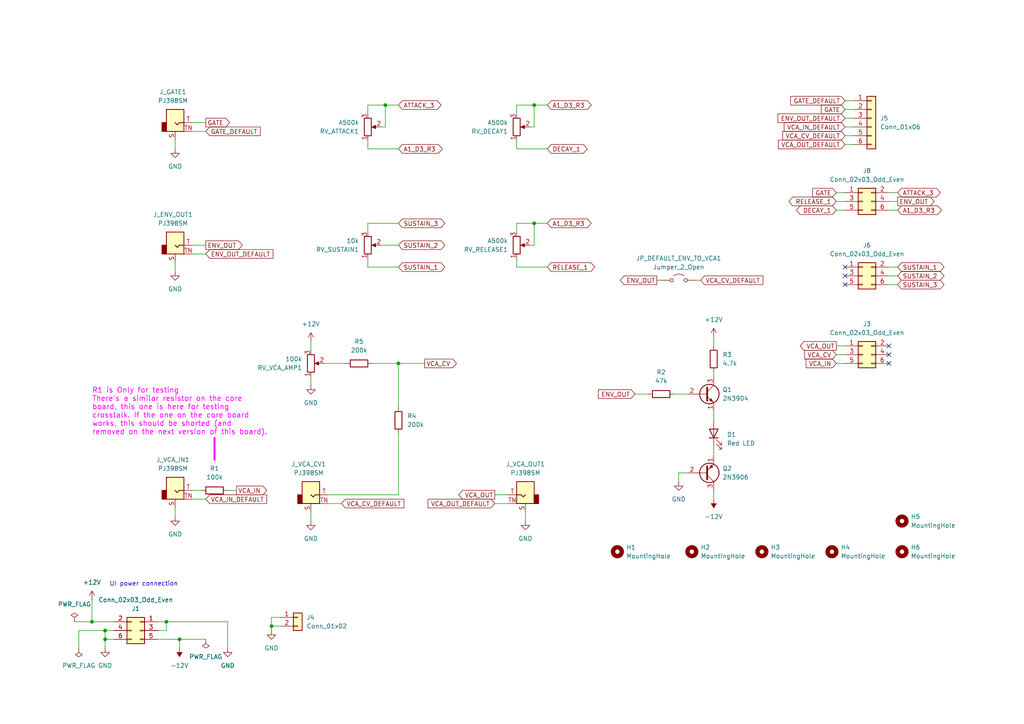
<source format=kicad_sch>
(kicad_sch (version 20250114) (generator "eeschema") (generator_version "9.0")
  (paper "A4")
  (title_block (title "Hog Moduleur Sidechain Mixer UI") (date "2025-07-06") (rev "v0.1") (company "Shmøergh"))
  (lib_symbols
    (symbol "Connector_Generic:Conn_01x02" (pin_names (offset 1.016) (hide yes))
      (property "Reference" "J" (at 0 2.54 0))
      (property "Value" "Conn_01x02" (at 0 -5.08 0))
      (symbol "Conn_01x02_1_1"
        (rectangle (start -1.27 1.27) (end 1.27 -3.81) (stroke (width 0.254)) (fill (type background)))
        (rectangle (start -1.27 0.127) (end 0 -0.127) (stroke (width 0.1524)))
        (rectangle (start -1.27 -2.413) (end 0 -2.667) (stroke (width 0.1524)))
        (pin passive line (at -5.08 0 0) (length 3.81) (name "Pin_1") (number "1"))
        (pin passive line (at -5.08 -2.54 0) (length 3.81) (name "Pin_2") (number "2"))
      )
    )
    (symbol "Connector_Generic:Conn_01x06" (pin_names (offset 1.016) (hide yes))
      (property "Reference" "J" (at 0 7.62 0))
      (property "Value" "Conn_01x06" (at 0 -10.16 0))
      (symbol "Conn_01x06_1_1"
        (rectangle (start -1.27 6.35) (end 1.27 -8.89) (stroke (width 0.254)) (fill (type background)))
        (rectangle (start -1.27 5.207) (end 0 4.953) (stroke (width 0.1524)))
        (rectangle (start -1.27 2.667) (end 0 2.413) (stroke (width 0.1524)))
        (rectangle (start -1.27 0.127) (end 0 -0.127) (stroke (width 0.1524)))
        (rectangle (start -1.27 -2.413) (end 0 -2.667) (stroke (width 0.1524)))
        (rectangle (start -1.27 -4.953) (end 0 -5.207) (stroke (width 0.1524)))
        (rectangle (start -1.27 -7.493) (end 0 -7.747) (stroke (width 0.1524)))
        (pin passive line (at -5.08 5.08 0) (length 3.81) (name "Pin_1") (number "1"))
        (pin passive line (at -5.08 2.54 0) (length 3.81) (name "Pin_2") (number "2"))
        (pin passive line (at -5.08 0 0) (length 3.81) (name "Pin_3") (number "3"))
        (pin passive line (at -5.08 -2.54 0) (length 3.81) (name "Pin_4") (number "4"))
        (pin passive line (at -5.08 -5.08 0) (length 3.81) (name "Pin_5") (number "5"))
        (pin passive line (at -5.08 -7.62 0) (length 3.81) (name "Pin_6") (number "6"))
      )
    )
    (symbol "Connector_Generic:Conn_02x03_Odd_Even" (pin_names (offset 1.016) (hide yes))
      (property "Reference" "J" (at 1.27 5.08 0))
      (property "Value" "Conn_02x03_Odd_Even" (at 1.27 -5.08 0))
      (symbol "Conn_02x03_Odd_Even_1_1"
        (rectangle (start -1.27 3.81) (end 3.81 -3.81) (stroke (width 0.254)) (fill (type background)))
        (rectangle (start -1.27 2.667) (end 0 2.413) (stroke (width 0.1524)))
        (rectangle (start -1.27 0.127) (end 0 -0.127) (stroke (width 0.1524)))
        (rectangle (start -1.27 -2.413) (end 0 -2.667) (stroke (width 0.1524)))
        (rectangle (start 3.81 2.667) (end 2.54 2.413) (stroke (width 0.1524)))
        (rectangle (start 3.81 0.127) (end 2.54 -0.127) (stroke (width 0.1524)))
        (rectangle (start 3.81 -2.413) (end 2.54 -2.667) (stroke (width 0.1524)))
        (pin passive line (at -5.08 2.54 0) (length 3.81) (name "Pin_1") (number "1"))
        (pin passive line (at -5.08 0 0) (length 3.81) (name "Pin_3") (number "3"))
        (pin passive line (at -5.08 -2.54 0) (length 3.81) (name "Pin_5") (number "5"))
        (pin passive line (at 7.62 2.54 180) (length 3.81) (name "Pin_2") (number "2"))
        (pin passive line (at 7.62 0 180) (length 3.81) (name "Pin_4") (number "4"))
        (pin passive line (at 7.62 -2.54 180) (length 3.81) (name "Pin_6") (number "6"))
      )
    )
    (symbol "Device:LED" (pin_numbers (hide yes)) (pin_names (offset 1.016) (hide yes))
      (property "Reference" "D" (at 0 2.54 0))
      (property "Value" "LED" (at 0 -2.54 0))
      (symbol "LED_0_1"
        (polyline (pts (xy -3.048 -0.762) (xy -4.572 -2.286) (xy -3.81 -2.286) (xy -4.572 -2.286) (xy -4.572 -1.524)))
        (polyline (pts (xy -1.778 -0.762) (xy -3.302 -2.286) (xy -2.54 -2.286) (xy -3.302 -2.286) (xy -3.302 -1.524)))
        (polyline (pts (xy -1.27 0) (xy 1.27 0)))
        (polyline (pts (xy -1.27 -1.27) (xy -1.27 1.27)) (stroke (width 0.254)))
        (polyline (pts (xy 1.27 -1.27) (xy 1.27 1.27) (xy -1.27 0) (xy 1.27 -1.27)) (stroke (width 0.254)))
      )
      (symbol "LED_1_1"
        (pin passive line (at -3.81 0 0) (length 2.54) (name "K") (number "1"))
        (pin passive line (at 3.81 0 180) (length 2.54) (name "A") (number "2"))
      )
    )
    (symbol "Device:R" (pin_numbers (hide yes)) (pin_names (offset 0))
      (property "Reference" "R" (at 2.032 0 90))
      (property "Value" "R" (at 0 0 90))
      (symbol "R_0_1"
        (rectangle (start -1.016 -2.54) (end 1.016 2.54) (stroke (width 0.254)))
      )
      (symbol "R_1_1"
        (pin passive line (at 0 3.81 270) (length 1.27) (name "~") (number "1"))
        (pin passive line (at 0 -3.81 90) (length 1.27) (name "~") (number "2"))
      )
    )
    (symbol "Device:R_Potentiometer" (pin_names (offset 1.016) (hide yes))
      (property "Reference" "RV" (at -4.445 0 90))
      (property "Value" "R_Potentiometer" (at -2.54 0 90))
      (symbol "R_Potentiometer_0_1"
        (rectangle (start 1.016 2.54) (end -1.016 -2.54) (stroke (width 0.254)))
        (polyline (pts (xy 1.143 0) (xy 2.286 0.508) (xy 2.286 -0.508) (xy 1.143 0)) (fill (type outline)))
        (polyline (pts (xy 2.54 0) (xy 1.524 0)))
      )
      (symbol "R_Potentiometer_1_1"
        (pin passive line (at 0 3.81 270) (length 1.27) (name "1") (number "1"))
        (pin passive line (at 0 -3.81 90) (length 1.27) (name "3") (number "3"))
        (pin passive line (at 3.81 0 180) (length 1.27) (name "2") (number "2"))
      )
    )
    (symbol "Jumper:Jumper_2_Open" (pin_numbers (hide yes)) (pin_names (offset 0) (hide yes))
      (property "Reference" "JP" (at 0 2.794 0))
      (property "Value" "Jumper_2_Open" (at 0 -2.286 0))
      (symbol "Jumper_2_Open_0_0"
        (circle (center -2.032 0) (radius 0.508))
        (circle (center 2.032 0) (radius 0.508))
      )
      (symbol "Jumper_2_Open_0_1"
        (arc (start -1.524 1.27) (mid 0 1.778) (end 1.524 1.27))
      )
      (symbol "Jumper_2_Open_1_1"
        (pin passive line (at -5.08 0 0) (length 2.54) (name "A") (number "1"))
        (pin passive line (at 5.08 0 180) (length 2.54) (name "B") (number "2"))
      )
    )
    (symbol "Mechanical:MountingHole" (pin_names (offset 1.016)) (in_bom no)
      (property "Reference" "H" (at 0 5.08 0))
      (property "Value" "MountingHole" (at 0 3.175 0))
      (symbol "MountingHole_0_1"
        (circle (center 0 0) (radius 1.27) (stroke (width 1.27)))
      )
    )
    (symbol "Shmoergh-Custom-Components:AudioJack2_Thonkiconn_S"
      (property "Reference" "J" (at 0 8.89 0))
      (property "Value" "AudioJack2_Thonkiconn" (at 0 6.35 0))
      (symbol "AudioJack2_Thonkiconn_S_0_1"
        (rectangle (start -2.54 -2.54) (end -3.81 0) (stroke (width 0.254)) (fill (type outline)))
        (polyline (pts (xy 0 0) (xy 0.635 -0.635) (xy 1.27 0) (xy 2.54 0)) (stroke (width 0.254)))
        (rectangle (start 2.54 3.81) (end -2.54 -2.54) (stroke (width 0.254)) (fill (type background)))
      )
      (symbol "AudioJack2_Thonkiconn_S_1_1"
        (pin passive line (at 0 -5.08 90) (length 2.54) (name "~") (number "S"))
        (pin bidirectional line (at 5.08 0 180) (length 2.54) (name "~") (number "T"))
        (pin passive line (at 5.08 -2.54 180) (length 2.54) (name "~") (number "TN"))
      )
    )
    (symbol "Transistor_BJT:2N3904" (pin_names (offset 0) (hide yes))
      (property "Reference" "Q" (at 5.08 1.905 0))
      (property "Value" "2N3904" (at 5.08 0 0))
      (symbol "2N3904_0_1"
        (polyline (pts (xy -2.54 0) (xy 0.635 0)))
        (polyline (pts (xy 0.635 1.905) (xy 0.635 -1.905)) (stroke (width 0.508)))
        (circle (center 1.27 0) (radius 2.8194) (stroke (width 0.254)))
      )
      (symbol "2N3904_1_1"
        (polyline (pts (xy 0.635 0.635) (xy 2.54 2.54)))
        (polyline (pts (xy 0.635 -0.635) (xy 2.54 -2.54)))
        (polyline (pts (xy 1.27 -1.778) (xy 1.778 -1.27) (xy 2.286 -2.286) (xy 1.27 -1.778)) (fill (type outline)))
        (pin input line (at -5.08 0 0) (length 2.54) (name "B") (number "2"))
        (pin passive line (at 2.54 5.08 270) (length 2.54) (name "C") (number "3"))
        (pin passive line (at 2.54 -5.08 90) (length 2.54) (name "E") (number "1"))
      )
    )
    (symbol "Transistor_BJT:2N3906" (pin_names (offset 0) (hide yes))
      (property "Reference" "Q" (at 5.08 1.905 0))
      (property "Value" "2N3906" (at 5.08 0 0))
      (symbol "2N3906_0_1"
        (polyline (pts (xy -2.54 0) (xy 0.635 0)))
        (polyline (pts (xy 0.635 1.905) (xy 0.635 -1.905)) (stroke (width 0.508)))
        (polyline (pts (xy 0.635 0.635) (xy 2.54 2.54)))
        (polyline (pts (xy 0.635 -0.635) (xy 2.54 -2.54)))
        (circle (center 1.27 0) (radius 2.8194) (stroke (width 0.254)))
        (polyline (pts (xy 2.286 -1.778) (xy 1.778 -2.286) (xy 1.27 -1.27) (xy 2.286 -1.778)) (fill (type outline)))
      )
      (symbol "2N3906_1_1"
        (pin input line (at -5.08 0 0) (length 2.54) (name "B") (number "2"))
        (pin passive line (at 2.54 5.08 270) (length 2.54) (name "C") (number "3"))
        (pin passive line (at 2.54 -5.08 90) (length 2.54) (name "E") (number "1"))
      )
    )
    (symbol "power:+12V" (power) (pin_numbers (hide yes)) (pin_names (offset 0) (hide yes))
      (property "Value" "+12V" (at 0 3.556 0))
      (symbol "+12V_0_1"
        (polyline (pts (xy -0.762 1.27) (xy 0 2.54)))
        (polyline (pts (xy 0 2.54) (xy 0.762 1.27)))
        (polyline (pts (xy 0 0) (xy 0 2.54)))
      )
      (symbol "+12V_1_1"
        (pin power_in line (at 0 0 90) (length 0) (name "~") (number "1"))
      )
    )
    (symbol "power:-12V" (power) (pin_numbers (hide yes)) (pin_names (offset 0) (hide yes))
      (property "Value" "-12V" (at 0 3.556 0))
      (symbol "-12V_0_0"
        (pin power_in line (at 0 0 90) (length 0) (name "~") (number "1"))
      )
      (symbol "-12V_0_1"
        (polyline (pts (xy 0 0) (xy 0 1.27) (xy 0.762 1.27) (xy 0 2.54) (xy -0.762 1.27) (xy 0 1.27)) (fill (type outline)))
      )
    )
    (symbol "power:GND" (power) (pin_numbers (hide yes)) (pin_names (offset 0) (hide yes))
      (property "Value" "GND" (at 0 -3.81 0))
      (symbol "GND_0_1"
        (polyline (pts (xy 0 0) (xy 0 -1.27) (xy 1.27 -1.27) (xy 0 -2.54) (xy -1.27 -1.27) (xy 0 -1.27)))
      )
      (symbol "GND_1_1"
        (pin power_in line (at 0 0 270) (length 0) (name "~") (number "1"))
      )
    )
    (symbol "power:PWR_FLAG" (power) (pin_numbers (hide yes)) (pin_names (offset 0) (hide yes))
      (property "Value" "PWR_FLAG" (at 0 3.81 0))
      (symbol "PWR_FLAG_0_0"
        (pin power_out line (at 0 0 90) (length 0) (name "~") (number "1"))
      )
      (symbol "PWR_FLAG_0_1"
        (polyline (pts (xy 0 0) (xy 0 1.27) (xy -1.016 1.905) (xy 0 2.54) (xy 1.016 1.905) (xy 0 1.27)))
      )
    )
  )
  (text "R1 is Only for testing\nThere's a similar resistor on the core\nboard, this one is here for testing\ncrosstalk. If the one on the core board\nworks, this should be shorted (and \nremoved on the next version of this board)." (at 26.67 119.38 0) (effects (font (size 1.5 1.5) (thickness 0.1875)) (justify left)))
  (text "UI power connection" (at 31.75 170.18 0) (effects (font (size 1.27 1.27)) (justify left bottom)))
  (junction (at 154.94 64.77))
  (junction (at 78.74 181.61))
  (junction (at 30.48 182.88))
  (junction (at 52.07 185.42))
  (junction (at 154.94 30.48))
  (junction (at 115.57 105.41))
  (junction (at 48.26 180.34))
  (junction (at 26.67 180.34))
  (junction (at 111.76 30.48))
  (junction (at 30.48 185.42))
  (no_connect (at 245.11 82.55))
  (no_connect (at 257.81 100.33))
  (no_connect (at 245.11 80.01))
  (no_connect (at 245.11 77.47))
  (no_connect (at 257.81 102.87))
  (no_connect (at 257.81 105.41))
  (wire (pts (xy 257.81 77.47) (xy 260.35 77.47)))
  (wire (pts (xy 257.81 58.42) (xy 260.35 58.42)))
  (wire (pts (xy 245.11 36.83) (xy 247.65 36.83)))
  (wire (pts (xy 52.07 187.96) (xy 52.07 185.42)))
  (wire (pts (xy 68.58 142.24) (xy 66.04 142.24)))
  (wire (pts (xy 110.49 36.83) (xy 111.76 36.83)))
  (wire (pts (xy 55.88 142.24) (xy 58.42 142.24)))
  (wire (pts (xy 90.17 109.22) (xy 90.17 111.76)))
  (polyline (pts (xy 62.23 133.35) (xy 62.23 127)) (stroke (width 0.5) (type solid) (color 255 0 255 1)))
  (wire (pts (xy 59.69 185.42) (xy 52.07 185.42)))
  (wire (pts (xy 143.51 146.05) (xy 147.32 146.05)))
  (wire (pts (xy 154.94 36.83) (xy 154.94 30.48)))
  (wire (pts (xy 45.72 185.42) (xy 52.07 185.42)))
  (wire (pts (xy 78.74 181.61) (xy 81.28 181.61)))
  (wire (pts (xy 59.69 38.1) (xy 55.88 38.1)))
  (wire (pts (xy 207.01 107.95) (xy 207.01 109.22)))
  (wire (pts (xy 99.06 146.05) (xy 95.25 146.05)))
  (wire (pts (xy 26.67 180.34) (xy 33.02 180.34)))
  (wire (pts (xy 111.76 30.48) (xy 115.57 30.48)))
  (wire (pts (xy 55.88 35.56) (xy 59.69 35.56)))
  (wire (pts (xy 257.81 82.55) (xy 260.35 82.55)))
  (wire (pts (xy 149.86 77.47) (xy 158.75 77.47)))
  (wire (pts (xy 242.57 102.87) (xy 245.11 102.87)))
  (wire (pts (xy 190.5 81.28) (xy 191.77 81.28)))
  (polyline (pts (xy 62.23 133.35) (xy 62.23 127)) (stroke (width 0.5) (type solid) (color 255 0 255 1)))
  (wire (pts (xy 149.86 64.77) (xy 149.86 67.31)))
  (wire (pts (xy 115.57 77.47) (xy 106.68 77.47)))
  (wire (pts (xy 149.86 40.64) (xy 149.86 43.18)))
  (wire (pts (xy 106.68 74.93) (xy 106.68 77.47)))
  (wire (pts (xy 81.28 179.07) (xy 78.74 179.07)))
  (wire (pts (xy 59.69 73.66) (xy 55.88 73.66)))
  (wire (pts (xy 196.85 137.16) (xy 196.85 139.7)))
  (wire (pts (xy 50.8 76.2) (xy 50.8 78.74)))
  (wire (pts (xy 195.58 114.3) (xy 199.39 114.3)))
  (wire (pts (xy 110.49 71.12) (xy 115.57 71.12)))
  (wire (pts (xy 107.95 105.41) (xy 115.57 105.41)))
  (wire (pts (xy 207.01 132.08) (xy 207.01 129.54)))
  (wire (pts (xy 143.51 143.51) (xy 147.32 143.51)))
  (wire (pts (xy 115.57 125.73) (xy 115.57 143.51)))
  (wire (pts (xy 257.81 60.96) (xy 260.35 60.96)))
  (wire (pts (xy 78.74 179.07) (xy 78.74 181.61)))
  (wire (pts (xy 26.67 173.99) (xy 26.67 180.34)))
  (wire (pts (xy 153.67 36.83) (xy 154.94 36.83)))
  (wire (pts (xy 207.01 97.79) (xy 207.01 100.33)))
  (wire (pts (xy 245.11 34.29) (xy 247.65 34.29)))
  (wire (pts (xy 149.86 30.48) (xy 154.94 30.48)))
  (wire (pts (xy 93.98 105.41) (xy 100.33 105.41)))
  (wire (pts (xy 48.26 180.34) (xy 45.72 180.34)))
  (wire (pts (xy 149.86 64.77) (xy 154.94 64.77)))
  (wire (pts (xy 21.59 180.34) (xy 26.67 180.34)))
  (wire (pts (xy 106.68 30.48) (xy 111.76 30.48)))
  (wire (pts (xy 158.75 43.18) (xy 149.86 43.18)))
  (wire (pts (xy 152.4 151.13) (xy 152.4 148.59)))
  (wire (pts (xy 207.01 121.92) (xy 207.01 119.38)))
  (wire (pts (xy 22.86 182.88) (xy 30.48 182.88)))
  (wire (pts (xy 245.11 39.37) (xy 247.65 39.37)))
  (wire (pts (xy 66.04 187.96) (xy 66.04 180.34)))
  (wire (pts (xy 48.26 182.88) (xy 48.26 180.34)))
  (wire (pts (xy 242.57 60.96) (xy 245.11 60.96)))
  (wire (pts (xy 111.76 36.83) (xy 111.76 30.48)))
  (wire (pts (xy 115.57 105.41) (xy 115.57 118.11)))
  (wire (pts (xy 153.67 71.12) (xy 154.94 71.12)))
  (wire (pts (xy 95.25 143.51) (xy 115.57 143.51)))
  (wire (pts (xy 33.02 185.42) (xy 30.48 185.42)))
  (wire (pts (xy 245.11 29.21) (xy 247.65 29.21)))
  (wire (pts (xy 50.8 40.64) (xy 50.8 43.18)))
  (wire (pts (xy 245.11 41.91) (xy 247.65 41.91)))
  (wire (pts (xy 184.15 114.3) (xy 187.96 114.3)))
  (wire (pts (xy 257.81 80.01) (xy 260.35 80.01)))
  (wire (pts (xy 66.04 180.34) (xy 48.26 180.34)))
  (wire (pts (xy 115.57 105.41) (xy 123.19 105.41)))
  (wire (pts (xy 154.94 30.48) (xy 158.75 30.48)))
  (wire (pts (xy 242.57 100.33) (xy 245.11 100.33)))
  (wire (pts (xy 149.86 74.93) (xy 149.86 77.47)))
  (wire (pts (xy 207.01 144.78) (xy 207.01 142.24)))
  (wire (pts (xy 59.69 144.78) (xy 55.88 144.78)))
  (wire (pts (xy 106.68 30.48) (xy 106.68 33.02)))
  (wire (pts (xy 154.94 64.77) (xy 154.94 71.12)))
  (wire (pts (xy 245.11 58.42) (xy 242.57 58.42)))
  (wire (pts (xy 30.48 182.88) (xy 33.02 182.88)))
  (wire (pts (xy 90.17 148.59) (xy 90.17 151.13)))
  (wire (pts (xy 90.17 99.06) (xy 90.17 101.6)))
  (wire (pts (xy 50.8 147.32) (xy 50.8 149.86)))
  (wire (pts (xy 106.68 40.64) (xy 106.68 43.18)))
  (wire (pts (xy 260.35 55.88) (xy 257.81 55.88)))
  (wire (pts (xy 55.88 71.12) (xy 59.69 71.12)))
  (wire (pts (xy 149.86 30.48) (xy 149.86 33.02)))
  (wire (pts (xy 245.11 105.41) (xy 242.57 105.41)))
  (wire (pts (xy 30.48 185.42) (xy 30.48 182.88)))
  (wire (pts (xy 106.68 64.77) (xy 115.57 64.77)))
  (wire (pts (xy 22.86 187.96) (xy 22.86 182.88)))
  (wire (pts (xy 199.39 137.16) (xy 196.85 137.16)))
  (wire (pts (xy 201.93 81.28) (xy 203.2 81.28)))
  (wire (pts (xy 242.57 55.88) (xy 245.11 55.88)))
  (wire (pts (xy 115.57 43.18) (xy 106.68 43.18)))
  (wire (pts (xy 78.74 181.61) (xy 78.74 182.88)))
  (wire (pts (xy 30.48 187.96) (xy 30.48 185.42)))
  (wire (pts (xy 245.11 31.75) (xy 247.65 31.75)))
  (wire (pts (xy 45.72 182.88) (xy 48.26 182.88)))
  (wire (pts (xy 106.68 64.77) (xy 106.68 67.31)))
  (wire (pts (xy 154.94 64.77) (xy 158.75 64.77)))
  (global_label "DECAY_1" (shape bidirectional) (at 242.57 60.96 180) (property "Intersheetrefs" "${INTERSHEET_REFS}" (effects (hide yes))))
  (global_label "ATTACK_3" (shape bidirectional) (at 115.57 30.48 0) (property "Intersheetrefs" "${INTERSHEET_REFS}" (effects (hide yes))))
  (global_label "VCA_OUT" (shape output) (at 143.51 143.51 180) (property "Intersheetrefs" "${INTERSHEET_REFS}" (effects (hide yes))))
  (global_label "VCA_OUT_DEFAULT" (shape input) (at 143.51 146.05 180) (property "Intersheetrefs" "${INTERSHEET_REFS}" (effects (hide yes))))
  (global_label "DECAY_1" (shape bidirectional) (at 158.75 43.18 0) (property "Intersheetrefs" "${INTERSHEET_REFS}" (effects (hide yes))))
  (global_label "VCA_CV_DEFAULT" (shape input) (at 99.06 146.05 0) (property "Intersheetrefs" "${INTERSHEET_REFS}" (effects (hide yes))))
  (global_label "GATE" (shape input) (at 242.57 55.88 180) (property "Intersheetrefs" "${INTERSHEET_REFS}" (effects (hide yes))))
  (global_label "VCA_IN" (shape input) (at 242.57 105.41 180) (property "Intersheetrefs" "${INTERSHEET_REFS}" (effects (hide yes))))
  (global_label "A1_D3_R3" (shape bidirectional) (at 158.75 30.48 0) (property "Intersheetrefs" "${INTERSHEET_REFS}" (effects (hide yes))))
  (global_label "SUSTAIN_2" (shape bidirectional) (at 115.57 71.12 0) (property "Intersheetrefs" "${INTERSHEET_REFS}" (effects (hide yes))))
  (global_label "VCA_CV_DEFAULT" (shape input) (at 245.11 39.37 180) (property "Intersheetrefs" "${INTERSHEET_REFS}" (effects (hide yes))))
  (global_label "SUSTAIN_1" (shape bidirectional) (at 115.57 77.47 0) (property "Intersheetrefs" "${INTERSHEET_REFS}" (effects (hide yes))))
  (global_label "ENV_OUT_DEFAULT" (shape input) (at 59.69 73.66 0) (property "Intersheetrefs" "${INTERSHEET_REFS}" (effects (hide yes))))
  (global_label "SUSTAIN_3" (shape bidirectional) (at 115.57 64.77 0) (property "Intersheetrefs" "${INTERSHEET_REFS}" (effects (hide yes))))
  (global_label "ENV_OUT_DEFAULT" (shape input) (at 245.11 34.29 180) (property "Intersheetrefs" "${INTERSHEET_REFS}" (effects (hide yes))))
  (global_label "VCA_CV" (shape input) (at 242.57 102.87 180) (property "Intersheetrefs" "${INTERSHEET_REFS}" (effects (hide yes))))
  (global_label "SUSTAIN_2" (shape bidirectional) (at 260.35 80.01 0) (property "Intersheetrefs" "${INTERSHEET_REFS}" (effects (hide yes))))
  (global_label "A1_D3_R3" (shape bidirectional) (at 158.75 64.77 0) (property "Intersheetrefs" "${INTERSHEET_REFS}" (effects (hide yes))))
  (global_label "RELEASE_1" (shape bidirectional) (at 158.75 77.47 0) (property "Intersheetrefs" "${INTERSHEET_REFS}" (effects (hide yes))))
  (global_label "VCA_IN_DEFAULT" (shape input) (at 245.11 36.83 180) (property "Intersheetrefs" "${INTERSHEET_REFS}" (effects (hide yes))))
  (global_label "ATTACK_3" (shape bidirectional) (at 260.35 55.88 0) (property "Intersheetrefs" "${INTERSHEET_REFS}" (effects (hide yes))))
  (global_label "A1_D3_R3" (shape bidirectional) (at 115.57 43.18 0) (property "Intersheetrefs" "${INTERSHEET_REFS}" (effects (hide yes))))
  (global_label "VCA_IN" (shape output) (at 68.58 142.24 0) (property "Intersheetrefs" "${INTERSHEET_REFS}" (effects (hide yes))))
  (global_label "ENV_OUT" (shape output) (at 260.35 58.42 0) (property "Intersheetrefs" "${INTERSHEET_REFS}" (effects (hide yes))))
  (global_label "ENV_OUT" (shape output) (at 190.5 81.28 180) (property "Intersheetrefs" "${INTERSHEET_REFS}" (effects (hide yes))))
  (global_label "RELEASE_1" (shape bidirectional) (at 242.57 58.42 180) (property "Intersheetrefs" "${INTERSHEET_REFS}" (effects (hide yes))))
  (global_label "ENV_OUT" (shape output) (at 59.69 71.12 0) (property "Intersheetrefs" "${INTERSHEET_REFS}" (effects (hide yes))))
  (global_label "VCA_CV_DEFAULT" (shape input) (at 203.2 81.28 0) (property "Intersheetrefs" "${INTERSHEET_REFS}" (effects (hide yes))))
  (global_label "GATE" (shape output) (at 59.69 35.56 0) (property "Intersheetrefs" "${INTERSHEET_REFS}" (effects (hide yes))))
  (global_label "VCA_IN_DEFAULT" (shape input) (at 59.69 144.78 0) (property "Intersheetrefs" "${INTERSHEET_REFS}" (effects (hide yes))))
  (global_label "GATE_DEFAULT" (shape input) (at 59.69 38.1 0) (property "Intersheetrefs" "${INTERSHEET_REFS}" (effects (hide yes))))
  (global_label "ENV_OUT" (shape input) (at 184.15 114.3 180) (property "Intersheetrefs" "${INTERSHEET_REFS}" (effects (hide yes))))
  (global_label "VCA_OUT_DEFAULT" (shape input) (at 245.11 41.91 180) (property "Intersheetrefs" "${INTERSHEET_REFS}" (effects (hide yes))))
  (global_label "SUSTAIN_3" (shape bidirectional) (at 260.35 82.55 0) (property "Intersheetrefs" "${INTERSHEET_REFS}" (effects (hide yes))))
  (global_label "GATE" (shape input) (at 245.11 31.75 180) (property "Intersheetrefs" "${INTERSHEET_REFS}" (effects (hide yes))))
  (global_label "VCA_CV" (shape output) (at 123.19 105.41 0) (property "Intersheetrefs" "${INTERSHEET_REFS}" (effects (hide yes))))
  (global_label "GATE_DEFAULT" (shape input) (at 245.11 29.21 180) (property "Intersheetrefs" "${INTERSHEET_REFS}" (effects (hide yes))))
  (global_label "A1_D3_R3" (shape bidirectional) (at 260.35 60.96 0) (property "Intersheetrefs" "${INTERSHEET_REFS}" (effects (hide yes))))
  (global_label "SUSTAIN_1" (shape bidirectional) (at 260.35 77.47 0) (property "Intersheetrefs" "${INTERSHEET_REFS}" (effects (hide yes))))
  (global_label "VCA_OUT" (shape output) (at 242.57 100.33 180) (property "Intersheetrefs" "${INTERSHEET_REFS}" (effects (hide yes))))
  (symbol (lib_id "power:+12V") (at 26.67 173.99 0) (unit 1)
    (property "Reference" "#PWR01" (effects (hide yes)))
    (property "Value" "+12V" (at 26.67 168.91 0))
    (property "Description" "Power symbol creates a global label with name \"+12V\"" (effects (hide yes)))
  )
  (symbol (lib_id "Device:R_Potentiometer") (at 149.86 36.83 0) (mirror x) (unit 1)
    (property "Reference" "RV_DECAY1" (at 147.32 38.1001 0) (effects (justify right)))
    (property "Value" "A500k" (at 147.32 35.5601 0) (effects (justify right)))
    (property "Footprint" "Shmoergh_Custom_Footprints:Potentiometer_Bourns_Single-PTV09A" (effects (hide yes)))
    (property "Description" "Potentiometer" (effects (hide yes)))
    (property "Part URL" "https://mou.sr/4694GMU" (effects (hide yes)))
    (property "Vendor" "Mouser" (effects (hide yes)))
    (property "Part no." "652-PTV09A4025FB104" (effects (hide yes)))
  )
  (symbol (lib_id "Shmoergh-Custom-Components:AudioJack2_Thonkiconn_S") (at 152.4 143.51 0) (mirror y) (unit 1)
    (property "Reference" "J_VCA_OUT1" (at 152.4 134.62 0))
    (property "Value" "PJ398SM" (at 152.4 137.16 0))
    (property "Footprint" "Shmoergh_Custom_Footprints:Jack_3.5mm_QingPu_WQP-PJ398SM_Vertical_CircularHoles" (effects (hide yes)))
    (property "Description" "Audio Jack, 2 Poles (Mono / TS), Grounded Sleeve" (effects (hide yes)))
    (property "Part URL" "https://www.thonk.co.uk/shop/thonkiconn/" (effects (hide yes)))
    (property "Vendor" "Thonk" (effects (hide yes)))
    (property "Part no." "PJ398SM" (effects (hide yes)))
  )
  (symbol (lib_id "Device:R") (at 191.77 114.3 90) (unit 1)
    (property "Reference" "R2" (at 191.77 107.95 90))
    (property "Value" "47k" (at 191.77 110.49 90))
    (property "Footprint" "Shmoergh_Custom_Footprints:R_Axial_DIN0207_L6.3mm_D2.5mm_P7.62mm_Horizontal" (effects (hide yes)))
    (property "Description" "Resistor" (effects (hide yes)))
  )
  (symbol (lib_id "Device:LED") (at 207.01 125.73 90) (unit 1)
    (property "Reference" "D1" (at 210.82 126.0474 90) (effects (justify right)))
    (property "Value" "Red LED" (at 210.82 128.5874 90) (effects (justify right)))
    (property "Footprint" "LED_THT:LED_D3.0mm" (effects (hide yes)))
    (property "Description" "Light emitting diode" (effects (hide yes)))
    (property "Sim.Pins" "1=K 2=A" (effects (hide yes)))
  )
  (symbol (lib_id "power:GND") (at 152.4 151.13 0) (mirror y) (unit 1)
    (property "Reference" "#PWR016" (effects (hide yes)))
    (property "Value" "GND" (at 152.4 156.21 0))
    (property "Description" "Power symbol creates a global label with name \"GND\" , ground" (effects (hide yes)))
  )
  (symbol (lib_id "power:-12V") (at 52.07 187.96 180) (unit 1)
    (property "Reference" "#PWR07" (effects (hide yes)))
    (property "Value" "-12V" (at 52.07 193.04 0))
    (property "Description" "Power symbol creates a global label with name \"-12V\"" (effects (hide yes)))
  )
  (symbol (lib_id "Mechanical:MountingHole") (at 261.62 160.02 0) (unit 1) (in_bom no)
    (property "Reference" "H6" (at 264.16 158.7499 0) (effects (justify left)))
    (property "Value" "MountingHole" (at 264.16 161.2899 0) (effects (justify left)))
    (property "Footprint" "MountingHole:MountingHole_3.2mm_M3_DIN965_Pad" (effects (hide yes)))
    (property "Description" "Mounting Hole without connection" (effects (hide yes)))
    (property "Vendor" "-" (effects (hide yes)))
  )
  (symbol (lib_id "Connector_Generic:Conn_02x03_Odd_Even") (at 40.64 182.88 0) (mirror y) (unit 1)
    (property "Reference" "J1" (at 39.37 176.53 0))
    (property "Value" "Conn_02x03_Odd_Even" (at 39.37 173.99 0))
    (property "Footprint" "Connector_PinSocket_2.54mm:PinSocket_2x03_P2.54mm_Vertical" (effects (hide yes)))
    (property "Description" "Generic connector, double row, 02x03, odd/even pin numbering scheme (row 1 odd numbers, row 2 even numbers), script generated (kicad-library-utils/schlib/autogen/connector/)" (effects (hide yes)))
    (property "Part URL" "https://mou.sr/3GIDVEr" (effects (hide yes)))
    (property "Vendor" "Mouser" (effects (hide yes)))
    (property "Part no." "200-SSW10301TD" (effects (hide yes)))
  )
  (symbol (lib_id "power:GND") (at 50.8 43.18 0) (unit 1)
    (property "Reference" "#PWR010" (effects (hide yes)))
    (property "Value" "GND" (at 50.8 48.26 0))
    (property "Description" "Power symbol creates a global label with name \"GND\" , ground" (effects (hide yes)))
  )
  (symbol (lib_id "Shmoergh-Custom-Components:AudioJack2_Thonkiconn_S") (at 50.8 35.56 0) (unit 1)
    (property "Reference" "J_GATE1" (at 50.165 26.67 0))
    (property "Value" "PJ398SM" (at 50.165 29.21 0))
    (property "Footprint" "Shmoergh_Custom_Footprints:Jack_3.5mm_QingPu_WQP-PJ398SM_Vertical_CircularHoles" (effects (hide yes)))
    (property "Description" "Audio Jack, 2 Poles (Mono / TS), Grounded Sleeve" (effects (hide yes)))
    (property "Part URL" "https://www.thonk.co.uk/shop/thonkiconn/" (effects (hide yes)))
    (property "Vendor" "Thonk" (effects (hide yes)))
    (property "Part no." "PJ398SM" (effects (hide yes)))
  )
  (symbol (lib_id "Mechanical:MountingHole") (at 200.66 160.02 0) (unit 1) (in_bom no)
    (property "Reference" "H2" (at 203.2 158.7499 0) (effects (justify left)))
    (property "Value" "MountingHole" (at 203.2 161.2899 0) (effects (justify left)))
    (property "Footprint" "MountingHole:MountingHole_3.2mm_M3_DIN965_Pad" (effects (hide yes)))
    (property "Description" "Mounting Hole without connection" (effects (hide yes)))
    (property "Vendor" "-" (effects (hide yes)))
  )
  (symbol (lib_id "Shmoergh-Custom-Components:AudioJack2_Thonkiconn_S") (at 50.8 71.12 0) (unit 1)
    (property "Reference" "J_ENV_OUT1" (at 50.165 62.23 0))
    (property "Value" "PJ398SM" (at 50.165 64.77 0))
    (property "Footprint" "Shmoergh_Custom_Footprints:Jack_3.5mm_QingPu_WQP-PJ398SM_Vertical_CircularHoles" (effects (hide yes)))
    (property "Description" "Audio Jack, 2 Poles (Mono / TS), Grounded Sleeve" (effects (hide yes)))
    (property "Part URL" "https://www.thonk.co.uk/shop/thonkiconn/" (effects (hide yes)))
    (property "Vendor" "Thonk" (effects (hide yes)))
    (property "Part no." "PJ398SM" (effects (hide yes)))
  )
  (symbol (lib_id "Connector_Generic:Conn_02x03_Odd_Even") (at 250.19 102.87 0) (unit 1)
    (property "Reference" "J3" (at 251.46 93.98 0))
    (property "Value" "Conn_02x03_Odd_Even" (at 251.46 96.52 0))
    (property "Footprint" "Connector_PinSocket_2.54mm:PinSocket_2x03_P2.54mm_Vertical" (effects (hide yes)))
    (property "Description" "Generic connector, double row, 02x03, odd/even pin numbering scheme (row 1 odd numbers, row 2 even numbers), script generated (kicad-library-utils/schlib/autogen/connector/)" (effects (hide yes)))
    (property "Vendor" "Mouser" (effects (hide yes)))
  )
  (symbol (lib_id "Device:R_Potentiometer") (at 106.68 71.12 0) (mirror x) (unit 1)
    (property "Reference" "RV_SUSTAIN1" (at 104.14 72.3901 0) (effects (justify right)))
    (property "Value" "10k" (at 104.14 69.8501 0) (effects (justify right)))
    (property "Footprint" "PTA4543-2015DPB103:TRIM_PTA4543-2015DPB103" (effects (hide yes)))
    (property "Description" "Potentiometer" (effects (hide yes)))
    (property "Part URL" "https://mou.sr/4694GMU" (effects (hide yes)))
    (property "Vendor" "Mouser" (effects (hide yes)))
    (property "Part no." "652-PTV09A4025FB104" (effects (hide yes)))
  )
  (symbol (lib_id "Connector_Generic:Conn_01x06") (at 252.73 34.29 0) (unit 1)
    (property "Reference" "J5" (at 255.27 34.2899 0) (effects (justify left)))
    (property "Value" "Conn_01x06" (at 255.27 36.8299 0) (effects (justify left)))
    (property "Footprint" "Connector_PinSocket_2.54mm:PinSocket_1x06_P2.54mm_Vertical" (effects (hide yes)))
    (property "Description" "Generic connector, single row, 01x06, script generated (kicad-library-utils/schlib/autogen/connector/)" (effects (hide yes)))
    (property "Part URL" "https://mou.sr/4lnf48h" (effects (hide yes)))
    (property "Vendor" "Mouser" (effects (hide yes)))
    (property "Part no." "200-SSW10601TS" (effects (hide yes)))
  )
  (symbol (lib_id "Mechanical:MountingHole") (at 179.07 160.02 0) (unit 1) (in_bom no)
    (property "Reference" "H1" (at 181.61 158.7499 0) (effects (justify left)))
    (property "Value" "MountingHole" (at 181.61 161.2899 0) (effects (justify left)))
    (property "Footprint" "MountingHole:MountingHole_3.2mm_M3_DIN965_Pad" (effects (hide yes)))
    (property "Description" "Mounting Hole without connection" (effects (hide yes)))
    (property "Vendor" "-" (effects (hide yes)))
  )
  (symbol (lib_id "Transistor_BJT:2N3906") (at 204.47 137.16 0) (mirror x) (unit 1)
    (property "Reference" "Q2" (at 209.55 135.8899 0) (effects (justify left)))
    (property "Value" "2N3906" (at 209.55 138.4299 0) (effects (justify left)))
    (property "Footprint" "Package_TO_SOT_THT:TO-92_Inline_Wide" (effects (hide yes)))
    (property "Datasheet" "https://www.onsemi.com/pub/Collateral/2N3906-D.PDF" (effects (hide yes)))
    (property "Description" "-0.2A Ic, -40V Vce, Small Signal PNP Transistor, TO-92" (effects (hide yes)))
  )
  (symbol (lib_id "power:PWR_FLAG") (at 21.59 180.34 0) (unit 1)
    (property "Reference" "#FLG01" (effects (hide yes)))
    (property "Value" "PWR_FLAG" (at 21.59 175.26 0))
    (property "Description" "Special symbol for telling ERC where power comes from" (effects (hide yes)))
  )
  (symbol (lib_id "Shmoergh-Custom-Components:AudioJack2_Thonkiconn_S") (at 90.17 143.51 0) (unit 1)
    (property "Reference" "J_VCA_CV1" (at 89.535 134.62 0))
    (property "Value" "PJ398SM" (at 89.535 137.16 0))
    (property "Footprint" "Shmoergh_Custom_Footprints:Jack_3.5mm_QingPu_WQP-PJ398SM_Vertical_CircularHoles" (effects (hide yes)))
    (property "Description" "Audio Jack, 2 Poles (Mono / TS), Grounded Sleeve" (effects (hide yes)))
    (property "Part URL" "https://www.thonk.co.uk/shop/thonkiconn/" (effects (hide yes)))
    (property "Vendor" "Thonk" (effects (hide yes)))
    (property "Part no." "PJ398SM" (effects (hide yes)))
  )
  (symbol (lib_id "Transistor_BJT:2N3904") (at 204.47 114.3 0) (unit 1)
    (property "Reference" "Q1" (at 209.55 113.0299 0) (effects (justify left)))
    (property "Value" "2N3904" (at 209.55 115.5699 0) (effects (justify left)))
    (property "Footprint" "Package_TO_SOT_THT:TO-92_Inline_Wide" (effects (hide yes)))
    (property "Datasheet" "https://www.onsemi.com/pub/Collateral/2N3903-D.PDF" (effects (hide yes)))
    (property "Description" "0.2A Ic, 40V Vce, Small Signal NPN Transistor, TO-92" (effects (hide yes)))
  )
  (symbol (lib_id "power:GND") (at 66.04 187.96 0) (unit 1)
    (property "Reference" "#PWR09" (effects (hide yes)))
    (property "Value" "GND" (at 66.04 193.04 0))
    (property "Description" "Power symbol creates a global label with name \"GND\" , ground" (effects (hide yes)))
  )
  (symbol (lib_id "Connector_Generic:Conn_02x03_Odd_Even") (at 250.19 80.01 0) (unit 1)
    (property "Reference" "J6" (at 251.46 71.12 0))
    (property "Value" "Conn_02x03_Odd_Even" (at 251.46 73.66 0))
    (property "Footprint" "Connector_PinSocket_2.54mm:PinSocket_2x03_P2.54mm_Vertical" (effects (hide yes)))
    (property "Description" "Generic connector, double row, 02x03, odd/even pin numbering scheme (row 1 odd numbers, row 2 even numbers), script generated (kicad-library-utils/schlib/autogen/connector/)" (effects (hide yes)))
    (property "Vendor" "Mouser" (effects (hide yes)))
  )
  (symbol (lib_id "power:GND") (at 90.17 151.13 0) (unit 1)
    (property "Reference" "#PWR04" (effects (hide yes)))
    (property "Value" "GND" (at 90.17 156.21 0))
    (property "Description" "Power symbol creates a global label with name \"GND\" , ground" (effects (hide yes)))
  )
  (symbol (lib_id "power:+12V") (at 90.17 99.06 0) (unit 1)
    (property "Reference" "#PWR012" (effects (hide yes)))
    (property "Value" "+12V" (at 90.17 93.98 0))
    (property "Description" "Power symbol creates a global label with name \"+12V\"" (effects (hide yes)))
  )
  (symbol (lib_id "Device:R") (at 115.57 121.92 180) (unit 1)
    (property "Reference" "R4" (at 118.11 120.6499 0) (effects (justify right)))
    (property "Value" "200k" (at 118.11 123.1899 0) (effects (justify right)))
    (property "Footprint" "Shmoergh_Custom_Footprints:R_Axial_DIN0207_L6.3mm_D2.5mm_P7.62mm_Horizontal" (effects (hide yes)))
    (property "Description" "Resistor" (effects (hide yes)))
  )
  (symbol (lib_id "Device:R_Potentiometer") (at 106.68 36.83 0) (mirror x) (unit 1)
    (property "Reference" "RV_ATTACK1" (at 104.14 38.1001 0) (effects (justify right)))
    (property "Value" "A500k" (at 104.14 35.5601 0) (effects (justify right)))
    (property "Footprint" "Shmoergh_Custom_Footprints:Potentiometer_Bourns_Single-PTV09A" (effects (hide yes)))
    (property "Description" "Potentiometer" (effects (hide yes)))
    (property "Part URL" "https://mou.sr/4694GMU" (effects (hide yes)))
    (property "Vendor" "Mouser" (effects (hide yes)))
    (property "Part no." "652-PTV09A4025FB104" (effects (hide yes)))
  )
  (symbol (lib_id "Device:R_Potentiometer") (at 90.17 105.41 0) (mirror x) (unit 1)
    (property "Reference" "RV_VCA_AMP1" (at 87.63 106.6801 0) (effects (justify right)))
    (property "Value" "100k" (at 87.63 104.1401 0) (effects (justify right)))
    (property "Footprint" "Shmoergh_Custom_Footprints:Potentiometer_Bourns_Single-PTV09A" (effects (hide yes)))
    (property "Description" "Potentiometer" (effects (hide yes)))
    (property "Part URL" "https://mou.sr/4694GMU" (effects (hide yes)))
    (property "Vendor" "Mouser" (effects (hide yes)))
    (property "Part no." "652-PTV09A4025FB104" (effects (hide yes)))
  )
  (symbol (lib_id "Jumper:Jumper_2_Open") (at 196.85 81.28 0) (unit 1)
    (property "Reference" "JP_DEFAULT_ENV_TO_VCA1" (at 196.85 74.93 0))
    (property "Value" "Jumper_2_Open" (at 196.85 77.47 0))
    (property "Footprint" "Connector_PinHeader_2.54mm:PinHeader_1x02_P2.54mm_Horizontal" (effects (hide yes)))
    (property "Description" "Jumper, 2-pole, open" (effects (hide yes)))
  )
  (symbol (lib_id "Mechanical:MountingHole") (at 261.62 151.13 0) (unit 1) (in_bom no)
    (property "Reference" "H5" (at 264.16 149.8599 0) (effects (justify left)))
    (property "Value" "MountingHole" (at 264.16 152.3999 0) (effects (justify left)))
    (property "Footprint" "MountingHole:MountingHole_3.2mm_M3_DIN965_Pad" (effects (hide yes)))
    (property "Description" "Mounting Hole without connection" (effects (hide yes)))
    (property "Vendor" "-" (effects (hide yes)))
  )
  (symbol (lib_id "Connector_Generic:Conn_01x02") (at 86.36 179.07 0) (unit 1)
    (property "Reference" "J4" (at 88.9 179.0699 0) (effects (justify left)))
    (property "Value" "Conn_01x02" (at 88.9 181.6099 0) (effects (justify left)))
    (property "Footprint" "Connector_PinSocket_2.54mm:PinSocket_1x02_P2.54mm_Vertical" (effects (hide yes)))
    (property "Description" "Generic connector, single row, 01x02, script generated (kicad-library-utils/schlib/autogen/connector/)" (effects (hide yes)))
    (property "Part URL" "https://mou.sr/4lBvdHe" (effects (hide yes)))
    (property "Vendor" "Mouser" (effects (hide yes)))
    (property "Part no." "200-SSW10201TS" (effects (hide yes)))
  )
  (symbol (lib_id "Mechanical:MountingHole") (at 220.98 160.02 0) (unit 1) (in_bom no)
    (property "Reference" "H3" (at 223.52 158.7499 0) (effects (justify left)))
    (property "Value" "MountingHole" (at 223.52 161.2899 0) (effects (justify left)))
    (property "Footprint" "MountingHole:MountingHole_3.2mm_M3_DIN965_Pad" (effects (hide yes)))
    (property "Description" "Mounting Hole without connection" (effects (hide yes)))
    (property "Vendor" "-" (effects (hide yes)))
  )
  (symbol (lib_id "power:GND") (at 78.74 182.88 0) (unit 1)
    (property "Reference" "#PWR022" (effects (hide yes)))
    (property "Value" "GND" (at 78.74 187.96 0))
    (property "Description" "Power symbol creates a global label with name \"GND\" , ground" (effects (hide yes)))
  )
  (symbol (lib_id "Mechanical:MountingHole") (at 241.3 160.02 0) (unit 1) (in_bom no)
    (property "Reference" "H4" (at 243.84 158.7499 0) (effects (justify left)))
    (property "Value" "MountingHole" (at 243.84 161.2899 0) (effects (justify left)))
    (property "Footprint" "MountingHole:MountingHole_3.2mm_M3_DIN965_Pad" (effects (hide yes)))
    (property "Description" "Mounting Hole without connection" (effects (hide yes)))
    (property "Vendor" "-" (effects (hide yes)))
  )
  (symbol (lib_id "power:PWR_FLAG") (at 22.86 187.96 180) (unit 1)
    (property "Reference" "#FLG02" (effects (hide yes)))
    (property "Value" "PWR_FLAG" (at 22.86 193.04 0))
    (property "Description" "Special symbol for telling ERC where power comes from" (effects (hide yes)))
  )
  (symbol (lib_id "power:GND") (at 90.17 111.76 0) (unit 1)
    (property "Reference" "#PWR011" (effects (hide yes)))
    (property "Value" "GND" (at 90.17 116.84 0))
    (property "Description" "Power symbol creates a global label with name \"GND\" , ground" (effects (hide yes)))
  )
  (symbol (lib_id "Device:R") (at 62.23 142.24 90) (unit 1)
    (property "Reference" "R1" (at 62.23 135.89 90))
    (property "Value" "100k" (at 62.23 138.43 90))
    (property "Footprint" "Shmoergh_Custom_Footprints:R_Axial_DIN0207_L6.3mm_D2.5mm_P7.62mm_Horizontal" (effects (hide yes)))
    (property "Description" "Resistor" (effects (hide yes)))
  )
  (symbol (lib_id "power:-12V") (at 207.01 144.78 180) (unit 1)
    (property "Reference" "#PWR08" (effects (hide yes)))
    (property "Value" "-12V" (at 207.01 149.86 0))
    (property "Description" "Power symbol creates a global label with name \"-12V\"" (effects (hide yes)))
  )
  (symbol (lib_id "Shmoergh-Custom-Components:AudioJack2_Thonkiconn_S") (at 50.8 142.24 0) (unit 1)
    (property "Reference" "J_VCA_IN1" (at 50.165 133.35 0))
    (property "Value" "PJ398SM" (at 50.165 135.89 0))
    (property "Footprint" "Shmoergh_Custom_Footprints:Jack_3.5mm_QingPu_WQP-PJ398SM_Vertical_CircularHoles" (effects (hide yes)))
    (property "Description" "Audio Jack, 2 Poles (Mono / TS), Grounded Sleeve" (effects (hide yes)))
    (property "Part URL" "https://www.thonk.co.uk/shop/thonkiconn/" (effects (hide yes)))
    (property "Vendor" "Thonk" (effects (hide yes)))
    (property "Part no." "PJ398SM" (effects (hide yes)))
  )
  (symbol (lib_id "Device:R") (at 104.14 105.41 270) (unit 1)
    (property "Reference" "R5" (at 104.14 99.06 90))
    (property "Value" "200k" (at 104.14 101.6 90))
    (property "Footprint" "Shmoergh_Custom_Footprints:R_Axial_DIN0207_L6.3mm_D2.5mm_P7.62mm_Horizontal" (effects (hide yes)))
    (property "Description" "Resistor" (effects (hide yes)))
  )
  (symbol (lib_id "power:PWR_FLAG") (at 59.69 185.42 180) (unit 1)
    (property "Reference" "#FLG03" (effects (hide yes)))
    (property "Value" "PWR_FLAG" (at 59.69 190.5 0))
    (property "Description" "Special symbol for telling ERC where power comes from" (effects (hide yes)))
  )
  (symbol (lib_id "power:GND") (at 196.85 139.7 0) (unit 1)
    (property "Reference" "#PWR0102" (effects (hide yes)))
    (property "Value" "GND" (at 196.85 144.78 0))
    (property "Description" "Power symbol creates a global label with name \"GND\" , ground" (effects (hide yes)))
  )
  (symbol (lib_id "power:GND") (at 50.8 149.86 0) (unit 1)
    (property "Reference" "#PWR03" (effects (hide yes)))
    (property "Value" "GND" (at 50.8 154.94 0))
    (property "Description" "Power symbol creates a global label with name \"GND\" , ground" (effects (hide yes)))
  )
  (symbol (lib_id "Device:R_Potentiometer") (at 149.86 71.12 0) (mirror x) (unit 1)
    (property "Reference" "RV_RELEASE1" (at 147.32 72.3901 0) (effects (justify right)))
    (property "Value" "A500k" (at 147.32 69.8501 0) (effects (justify right)))
    (property "Footprint" "Shmoergh_Custom_Footprints:Potentiometer_Bourns_Single-PTV09A" (effects (hide yes)))
    (property "Description" "Potentiometer" (effects (hide yes)))
    (property "Part URL" "https://mou.sr/4694GMU" (effects (hide yes)))
    (property "Vendor" "Mouser" (effects (hide yes)))
    (property "Part no." "652-PTV09A4025FB104" (effects (hide yes)))
  )
  (symbol (lib_id "Device:R") (at 207.01 104.14 0) (unit 1)
    (property "Reference" "R3" (at 209.55 102.8699 0) (effects (justify left)))
    (property "Value" "4.7k" (at 209.55 105.4099 0) (effects (justify left)))
    (property "Footprint" "Shmoergh_Custom_Footprints:R_Axial_DIN0207_L6.3mm_D2.5mm_P7.62mm_Horizontal" (effects (hide yes)))
    (property "Description" "Resistor" (effects (hide yes)))
  )
  (symbol (lib_id "power:+12V") (at 207.01 97.79 0) (unit 1)
    (property "Reference" "#PWR06" (effects (hide yes)))
    (property "Value" "+12V" (at 207.01 92.71 0))
    (property "Description" "Power symbol creates a global label with name \"+12V\"" (effects (hide yes)))
  )
  (symbol (lib_id "power:GND") (at 50.8 78.74 0) (unit 1)
    (property "Reference" "#PWR02" (effects (hide yes)))
    (property "Value" "GND" (at 50.8 83.82 0))
    (property "Description" "Power symbol creates a global label with name \"GND\" , ground" (effects (hide yes)))
  )
  (symbol (lib_id "power:GND") (at 30.48 187.96 0) (unit 1)
    (property "Reference" "#PWR05" (effects (hide yes)))
    (property "Value" "GND" (at 30.48 193.04 0))
    (property "Description" "Power symbol creates a global label with name \"GND\" , ground" (effects (hide yes)))
  )
  (symbol (lib_id "Connector_Generic:Conn_02x03_Odd_Even") (at 250.19 58.42 0) (unit 1)
    (property "Reference" "J8" (at 251.46 49.53 0))
    (property "Value" "Conn_02x03_Odd_Even" (at 251.46 52.07 0))
    (property "Footprint" "Connector_PinSocket_2.54mm:PinSocket_2x03_P2.54mm_Vertical" (effects (hide yes)))
    (property "Description" "Generic connector, double row, 02x03, odd/even pin numbering scheme (row 1 odd numbers, row 2 even numbers), script generated (kicad-library-utils/schlib/autogen/connector/)" (effects (hide yes)))
    (property "Vendor" "Mouser" (effects (hide yes)))
  )
)
</source>
